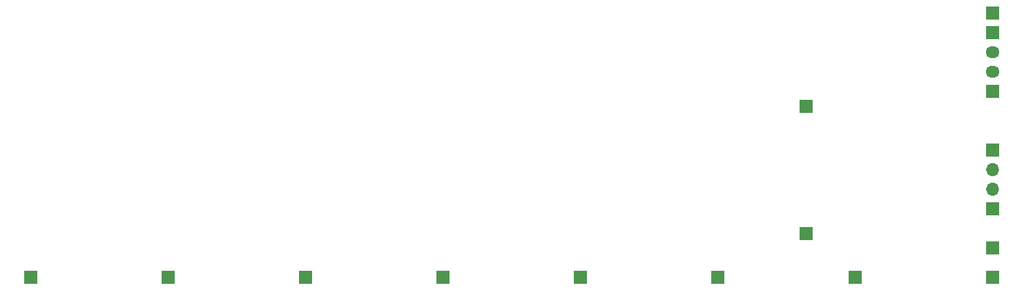
<source format=gbr>
%TF.GenerationSoftware,KiCad,Pcbnew,(5.1.8)-1*%
%TF.CreationDate,2025-07-04T22:22:33+03:00*%
%TF.ProjectId,MUX8x1-1bit,4d555838-7831-42d3-9162-69742e6b6963,rev?*%
%TF.SameCoordinates,Original*%
%TF.FileFunction,Soldermask,Bot*%
%TF.FilePolarity,Negative*%
%FSLAX46Y46*%
G04 Gerber Fmt 4.6, Leading zero omitted, Abs format (unit mm)*
G04 Created by KiCad (PCBNEW (5.1.8)-1) date 2025-07-04 22:22:33*
%MOMM*%
%LPD*%
G01*
G04 APERTURE LIST*
%ADD10R,1.700000X1.700000*%
%ADD11O,1.800000X1.500000*%
%ADD12O,1.700000X1.700000*%
G04 APERTURE END LIST*
D10*
%TO.C,J16*%
X142240000Y-52070000D03*
%TD*%
%TO.C,J15*%
X142240000Y-21590000D03*
%TD*%
%TO.C,J14*%
X118110000Y-33655000D03*
%TD*%
%TO.C,J13*%
X142240000Y-31750000D03*
%TD*%
D11*
%TO.C,J12*%
X142240000Y-29210000D03*
X142240000Y-26670000D03*
D10*
X142240000Y-24130000D03*
%TD*%
%TO.C,J11*%
X118110000Y-50165000D03*
%TD*%
%TO.C,J10*%
X142240000Y-46990000D03*
%TD*%
D12*
%TO.C,J9*%
X142240000Y-44450000D03*
X142240000Y-41910000D03*
D10*
X142240000Y-39370000D03*
%TD*%
%TO.C,J8*%
X142240000Y-55880000D03*
%TD*%
%TO.C,J7*%
X124460000Y-55880000D03*
%TD*%
%TO.C,J6*%
X106680000Y-55880000D03*
%TD*%
%TO.C,J5*%
X88900000Y-55880000D03*
%TD*%
%TO.C,J4*%
X71120000Y-55880000D03*
%TD*%
%TO.C,J3*%
X53340000Y-55880000D03*
%TD*%
%TO.C,J2*%
X35560000Y-55880000D03*
%TD*%
%TO.C,J1*%
X17780000Y-55880000D03*
%TD*%
M02*

</source>
